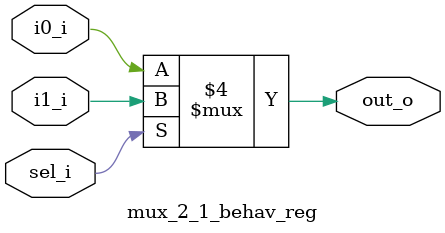
<source format=v>
module mux_2_1_behav_reg
(
input i0_i,
input i1_i,
input sel_i,
output reg out_o
);

always@(i0_i or i1_i or sel_i) begin
    if (sel_i == 1'b0) begin
        out_o = i0_i;
    end
    else begin
        out_o = i1_i;
    end
end

endmodule


</source>
